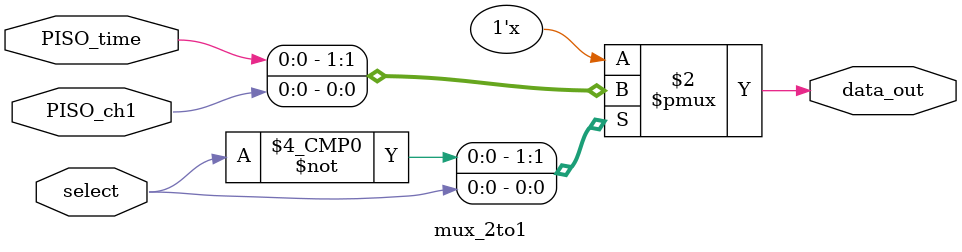
<source format=v>
module mux_2to1(input wire PISO_time, PISO_ch1,
                input wire select,
           output reg data_out
          );


  always @(*) begin
  data_out = 0;
    casez (select)  
      0 : data_out = PISO_time; 
      1 : data_out = PISO_ch1; 

     endcase  
   end  
  
endmodule 
</source>
